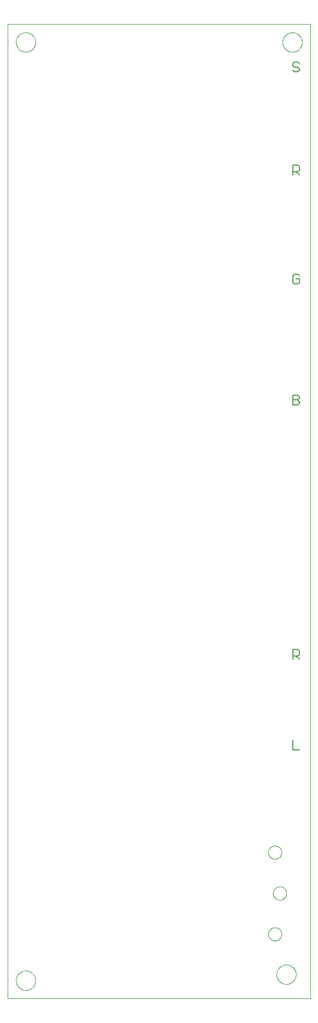
<source format=gbo>
G75*
%MOIN*%
%OFA0B0*%
%FSLAX25Y25*%
%IPPOS*%
%LPD*%
%AMOC8*
5,1,8,0,0,1.08239X$1,22.5*
%
%ADD10C,0.00000*%
%ADD11C,0.00600*%
D10*
X0001000Y0001000D02*
X0001000Y0634858D01*
X0197850Y0634858D01*
X0197850Y0001000D01*
X0001000Y0001000D01*
X0006512Y0012811D02*
X0006514Y0012969D01*
X0006520Y0013127D01*
X0006530Y0013285D01*
X0006544Y0013443D01*
X0006562Y0013600D01*
X0006583Y0013757D01*
X0006609Y0013913D01*
X0006639Y0014069D01*
X0006672Y0014224D01*
X0006710Y0014377D01*
X0006751Y0014530D01*
X0006796Y0014682D01*
X0006845Y0014833D01*
X0006898Y0014982D01*
X0006954Y0015130D01*
X0007014Y0015276D01*
X0007078Y0015421D01*
X0007146Y0015564D01*
X0007217Y0015706D01*
X0007291Y0015846D01*
X0007369Y0015983D01*
X0007451Y0016119D01*
X0007535Y0016253D01*
X0007624Y0016384D01*
X0007715Y0016513D01*
X0007810Y0016640D01*
X0007907Y0016765D01*
X0008008Y0016887D01*
X0008112Y0017006D01*
X0008219Y0017123D01*
X0008329Y0017237D01*
X0008442Y0017348D01*
X0008557Y0017457D01*
X0008675Y0017562D01*
X0008796Y0017664D01*
X0008919Y0017764D01*
X0009045Y0017860D01*
X0009173Y0017953D01*
X0009303Y0018043D01*
X0009436Y0018129D01*
X0009571Y0018213D01*
X0009707Y0018292D01*
X0009846Y0018369D01*
X0009987Y0018441D01*
X0010129Y0018511D01*
X0010273Y0018576D01*
X0010419Y0018638D01*
X0010566Y0018696D01*
X0010715Y0018751D01*
X0010865Y0018802D01*
X0011016Y0018849D01*
X0011168Y0018892D01*
X0011321Y0018931D01*
X0011476Y0018967D01*
X0011631Y0018998D01*
X0011787Y0019026D01*
X0011943Y0019050D01*
X0012100Y0019070D01*
X0012258Y0019086D01*
X0012415Y0019098D01*
X0012574Y0019106D01*
X0012732Y0019110D01*
X0012890Y0019110D01*
X0013048Y0019106D01*
X0013207Y0019098D01*
X0013364Y0019086D01*
X0013522Y0019070D01*
X0013679Y0019050D01*
X0013835Y0019026D01*
X0013991Y0018998D01*
X0014146Y0018967D01*
X0014301Y0018931D01*
X0014454Y0018892D01*
X0014606Y0018849D01*
X0014757Y0018802D01*
X0014907Y0018751D01*
X0015056Y0018696D01*
X0015203Y0018638D01*
X0015349Y0018576D01*
X0015493Y0018511D01*
X0015635Y0018441D01*
X0015776Y0018369D01*
X0015915Y0018292D01*
X0016051Y0018213D01*
X0016186Y0018129D01*
X0016319Y0018043D01*
X0016449Y0017953D01*
X0016577Y0017860D01*
X0016703Y0017764D01*
X0016826Y0017664D01*
X0016947Y0017562D01*
X0017065Y0017457D01*
X0017180Y0017348D01*
X0017293Y0017237D01*
X0017403Y0017123D01*
X0017510Y0017006D01*
X0017614Y0016887D01*
X0017715Y0016765D01*
X0017812Y0016640D01*
X0017907Y0016513D01*
X0017998Y0016384D01*
X0018087Y0016253D01*
X0018171Y0016119D01*
X0018253Y0015983D01*
X0018331Y0015846D01*
X0018405Y0015706D01*
X0018476Y0015564D01*
X0018544Y0015421D01*
X0018608Y0015276D01*
X0018668Y0015130D01*
X0018724Y0014982D01*
X0018777Y0014833D01*
X0018826Y0014682D01*
X0018871Y0014530D01*
X0018912Y0014377D01*
X0018950Y0014224D01*
X0018983Y0014069D01*
X0019013Y0013913D01*
X0019039Y0013757D01*
X0019060Y0013600D01*
X0019078Y0013443D01*
X0019092Y0013285D01*
X0019102Y0013127D01*
X0019108Y0012969D01*
X0019110Y0012811D01*
X0019108Y0012653D01*
X0019102Y0012495D01*
X0019092Y0012337D01*
X0019078Y0012179D01*
X0019060Y0012022D01*
X0019039Y0011865D01*
X0019013Y0011709D01*
X0018983Y0011553D01*
X0018950Y0011398D01*
X0018912Y0011245D01*
X0018871Y0011092D01*
X0018826Y0010940D01*
X0018777Y0010789D01*
X0018724Y0010640D01*
X0018668Y0010492D01*
X0018608Y0010346D01*
X0018544Y0010201D01*
X0018476Y0010058D01*
X0018405Y0009916D01*
X0018331Y0009776D01*
X0018253Y0009639D01*
X0018171Y0009503D01*
X0018087Y0009369D01*
X0017998Y0009238D01*
X0017907Y0009109D01*
X0017812Y0008982D01*
X0017715Y0008857D01*
X0017614Y0008735D01*
X0017510Y0008616D01*
X0017403Y0008499D01*
X0017293Y0008385D01*
X0017180Y0008274D01*
X0017065Y0008165D01*
X0016947Y0008060D01*
X0016826Y0007958D01*
X0016703Y0007858D01*
X0016577Y0007762D01*
X0016449Y0007669D01*
X0016319Y0007579D01*
X0016186Y0007493D01*
X0016051Y0007409D01*
X0015915Y0007330D01*
X0015776Y0007253D01*
X0015635Y0007181D01*
X0015493Y0007111D01*
X0015349Y0007046D01*
X0015203Y0006984D01*
X0015056Y0006926D01*
X0014907Y0006871D01*
X0014757Y0006820D01*
X0014606Y0006773D01*
X0014454Y0006730D01*
X0014301Y0006691D01*
X0014146Y0006655D01*
X0013991Y0006624D01*
X0013835Y0006596D01*
X0013679Y0006572D01*
X0013522Y0006552D01*
X0013364Y0006536D01*
X0013207Y0006524D01*
X0013048Y0006516D01*
X0012890Y0006512D01*
X0012732Y0006512D01*
X0012574Y0006516D01*
X0012415Y0006524D01*
X0012258Y0006536D01*
X0012100Y0006552D01*
X0011943Y0006572D01*
X0011787Y0006596D01*
X0011631Y0006624D01*
X0011476Y0006655D01*
X0011321Y0006691D01*
X0011168Y0006730D01*
X0011016Y0006773D01*
X0010865Y0006820D01*
X0010715Y0006871D01*
X0010566Y0006926D01*
X0010419Y0006984D01*
X0010273Y0007046D01*
X0010129Y0007111D01*
X0009987Y0007181D01*
X0009846Y0007253D01*
X0009707Y0007330D01*
X0009571Y0007409D01*
X0009436Y0007493D01*
X0009303Y0007579D01*
X0009173Y0007669D01*
X0009045Y0007762D01*
X0008919Y0007858D01*
X0008796Y0007958D01*
X0008675Y0008060D01*
X0008557Y0008165D01*
X0008442Y0008274D01*
X0008329Y0008385D01*
X0008219Y0008499D01*
X0008112Y0008616D01*
X0008008Y0008735D01*
X0007907Y0008857D01*
X0007810Y0008982D01*
X0007715Y0009109D01*
X0007624Y0009238D01*
X0007535Y0009369D01*
X0007451Y0009503D01*
X0007369Y0009639D01*
X0007291Y0009776D01*
X0007217Y0009916D01*
X0007146Y0010058D01*
X0007078Y0010201D01*
X0007014Y0010346D01*
X0006954Y0010492D01*
X0006898Y0010640D01*
X0006845Y0010789D01*
X0006796Y0010940D01*
X0006751Y0011092D01*
X0006710Y0011245D01*
X0006672Y0011398D01*
X0006639Y0011553D01*
X0006609Y0011709D01*
X0006583Y0011865D01*
X0006562Y0012022D01*
X0006544Y0012179D01*
X0006530Y0012337D01*
X0006520Y0012495D01*
X0006514Y0012653D01*
X0006512Y0012811D01*
X0170409Y0042969D02*
X0170411Y0043100D01*
X0170417Y0043232D01*
X0170427Y0043363D01*
X0170441Y0043494D01*
X0170459Y0043624D01*
X0170481Y0043753D01*
X0170506Y0043882D01*
X0170536Y0044010D01*
X0170570Y0044137D01*
X0170607Y0044264D01*
X0170648Y0044388D01*
X0170693Y0044512D01*
X0170742Y0044634D01*
X0170794Y0044755D01*
X0170850Y0044873D01*
X0170910Y0044991D01*
X0170973Y0045106D01*
X0171040Y0045219D01*
X0171110Y0045331D01*
X0171183Y0045440D01*
X0171259Y0045546D01*
X0171339Y0045651D01*
X0171422Y0045753D01*
X0171508Y0045852D01*
X0171597Y0045949D01*
X0171689Y0046043D01*
X0171784Y0046134D01*
X0171881Y0046223D01*
X0171981Y0046308D01*
X0172084Y0046390D01*
X0172189Y0046469D01*
X0172296Y0046545D01*
X0172406Y0046617D01*
X0172518Y0046686D01*
X0172632Y0046752D01*
X0172747Y0046814D01*
X0172865Y0046873D01*
X0172984Y0046928D01*
X0173105Y0046980D01*
X0173228Y0047027D01*
X0173352Y0047071D01*
X0173477Y0047112D01*
X0173603Y0047148D01*
X0173731Y0047181D01*
X0173859Y0047209D01*
X0173988Y0047234D01*
X0174118Y0047255D01*
X0174248Y0047272D01*
X0174379Y0047285D01*
X0174510Y0047294D01*
X0174641Y0047299D01*
X0174773Y0047300D01*
X0174904Y0047297D01*
X0175036Y0047290D01*
X0175167Y0047279D01*
X0175297Y0047264D01*
X0175427Y0047245D01*
X0175557Y0047222D01*
X0175685Y0047196D01*
X0175813Y0047165D01*
X0175940Y0047130D01*
X0176066Y0047092D01*
X0176190Y0047050D01*
X0176314Y0047004D01*
X0176435Y0046954D01*
X0176555Y0046901D01*
X0176674Y0046844D01*
X0176791Y0046784D01*
X0176905Y0046720D01*
X0177018Y0046652D01*
X0177129Y0046581D01*
X0177238Y0046507D01*
X0177344Y0046430D01*
X0177448Y0046349D01*
X0177549Y0046266D01*
X0177648Y0046179D01*
X0177744Y0046089D01*
X0177837Y0045996D01*
X0177928Y0045901D01*
X0178015Y0045803D01*
X0178100Y0045702D01*
X0178181Y0045599D01*
X0178259Y0045493D01*
X0178334Y0045385D01*
X0178406Y0045275D01*
X0178474Y0045163D01*
X0178539Y0045049D01*
X0178600Y0044932D01*
X0178658Y0044814D01*
X0178712Y0044694D01*
X0178763Y0044573D01*
X0178810Y0044450D01*
X0178853Y0044326D01*
X0178892Y0044201D01*
X0178928Y0044074D01*
X0178959Y0043946D01*
X0178987Y0043818D01*
X0179011Y0043689D01*
X0179031Y0043559D01*
X0179047Y0043428D01*
X0179059Y0043297D01*
X0179067Y0043166D01*
X0179071Y0043035D01*
X0179071Y0042903D01*
X0179067Y0042772D01*
X0179059Y0042641D01*
X0179047Y0042510D01*
X0179031Y0042379D01*
X0179011Y0042249D01*
X0178987Y0042120D01*
X0178959Y0041992D01*
X0178928Y0041864D01*
X0178892Y0041737D01*
X0178853Y0041612D01*
X0178810Y0041488D01*
X0178763Y0041365D01*
X0178712Y0041244D01*
X0178658Y0041124D01*
X0178600Y0041006D01*
X0178539Y0040889D01*
X0178474Y0040775D01*
X0178406Y0040663D01*
X0178334Y0040553D01*
X0178259Y0040445D01*
X0178181Y0040339D01*
X0178100Y0040236D01*
X0178015Y0040135D01*
X0177928Y0040037D01*
X0177837Y0039942D01*
X0177744Y0039849D01*
X0177648Y0039759D01*
X0177549Y0039672D01*
X0177448Y0039589D01*
X0177344Y0039508D01*
X0177238Y0039431D01*
X0177129Y0039357D01*
X0177018Y0039286D01*
X0176906Y0039218D01*
X0176791Y0039154D01*
X0176674Y0039094D01*
X0176555Y0039037D01*
X0176435Y0038984D01*
X0176314Y0038934D01*
X0176190Y0038888D01*
X0176066Y0038846D01*
X0175940Y0038808D01*
X0175813Y0038773D01*
X0175685Y0038742D01*
X0175557Y0038716D01*
X0175427Y0038693D01*
X0175297Y0038674D01*
X0175167Y0038659D01*
X0175036Y0038648D01*
X0174904Y0038641D01*
X0174773Y0038638D01*
X0174641Y0038639D01*
X0174510Y0038644D01*
X0174379Y0038653D01*
X0174248Y0038666D01*
X0174118Y0038683D01*
X0173988Y0038704D01*
X0173859Y0038729D01*
X0173731Y0038757D01*
X0173603Y0038790D01*
X0173477Y0038826D01*
X0173352Y0038867D01*
X0173228Y0038911D01*
X0173105Y0038958D01*
X0172984Y0039010D01*
X0172865Y0039065D01*
X0172747Y0039124D01*
X0172632Y0039186D01*
X0172518Y0039252D01*
X0172406Y0039321D01*
X0172296Y0039393D01*
X0172189Y0039469D01*
X0172084Y0039548D01*
X0171981Y0039630D01*
X0171881Y0039715D01*
X0171784Y0039804D01*
X0171689Y0039895D01*
X0171597Y0039989D01*
X0171508Y0040086D01*
X0171422Y0040185D01*
X0171339Y0040287D01*
X0171259Y0040392D01*
X0171183Y0040498D01*
X0171110Y0040607D01*
X0171040Y0040719D01*
X0170973Y0040832D01*
X0170910Y0040947D01*
X0170850Y0041065D01*
X0170794Y0041183D01*
X0170742Y0041304D01*
X0170693Y0041426D01*
X0170648Y0041550D01*
X0170607Y0041674D01*
X0170570Y0041801D01*
X0170536Y0041928D01*
X0170506Y0042056D01*
X0170481Y0042185D01*
X0170459Y0042314D01*
X0170441Y0042444D01*
X0170427Y0042575D01*
X0170417Y0042706D01*
X0170411Y0042838D01*
X0170409Y0042969D01*
X0173559Y0069543D02*
X0173561Y0069674D01*
X0173567Y0069806D01*
X0173577Y0069937D01*
X0173591Y0070068D01*
X0173609Y0070198D01*
X0173631Y0070327D01*
X0173656Y0070456D01*
X0173686Y0070584D01*
X0173720Y0070711D01*
X0173757Y0070838D01*
X0173798Y0070962D01*
X0173843Y0071086D01*
X0173892Y0071208D01*
X0173944Y0071329D01*
X0174000Y0071447D01*
X0174060Y0071565D01*
X0174123Y0071680D01*
X0174190Y0071793D01*
X0174260Y0071905D01*
X0174333Y0072014D01*
X0174409Y0072120D01*
X0174489Y0072225D01*
X0174572Y0072327D01*
X0174658Y0072426D01*
X0174747Y0072523D01*
X0174839Y0072617D01*
X0174934Y0072708D01*
X0175031Y0072797D01*
X0175131Y0072882D01*
X0175234Y0072964D01*
X0175339Y0073043D01*
X0175446Y0073119D01*
X0175556Y0073191D01*
X0175668Y0073260D01*
X0175782Y0073326D01*
X0175897Y0073388D01*
X0176015Y0073447D01*
X0176134Y0073502D01*
X0176255Y0073554D01*
X0176378Y0073601D01*
X0176502Y0073645D01*
X0176627Y0073686D01*
X0176753Y0073722D01*
X0176881Y0073755D01*
X0177009Y0073783D01*
X0177138Y0073808D01*
X0177268Y0073829D01*
X0177398Y0073846D01*
X0177529Y0073859D01*
X0177660Y0073868D01*
X0177791Y0073873D01*
X0177923Y0073874D01*
X0178054Y0073871D01*
X0178186Y0073864D01*
X0178317Y0073853D01*
X0178447Y0073838D01*
X0178577Y0073819D01*
X0178707Y0073796D01*
X0178835Y0073770D01*
X0178963Y0073739D01*
X0179090Y0073704D01*
X0179216Y0073666D01*
X0179340Y0073624D01*
X0179464Y0073578D01*
X0179585Y0073528D01*
X0179705Y0073475D01*
X0179824Y0073418D01*
X0179941Y0073358D01*
X0180055Y0073294D01*
X0180168Y0073226D01*
X0180279Y0073155D01*
X0180388Y0073081D01*
X0180494Y0073004D01*
X0180598Y0072923D01*
X0180699Y0072840D01*
X0180798Y0072753D01*
X0180894Y0072663D01*
X0180987Y0072570D01*
X0181078Y0072475D01*
X0181165Y0072377D01*
X0181250Y0072276D01*
X0181331Y0072173D01*
X0181409Y0072067D01*
X0181484Y0071959D01*
X0181556Y0071849D01*
X0181624Y0071737D01*
X0181689Y0071623D01*
X0181750Y0071506D01*
X0181808Y0071388D01*
X0181862Y0071268D01*
X0181913Y0071147D01*
X0181960Y0071024D01*
X0182003Y0070900D01*
X0182042Y0070775D01*
X0182078Y0070648D01*
X0182109Y0070520D01*
X0182137Y0070392D01*
X0182161Y0070263D01*
X0182181Y0070133D01*
X0182197Y0070002D01*
X0182209Y0069871D01*
X0182217Y0069740D01*
X0182221Y0069609D01*
X0182221Y0069477D01*
X0182217Y0069346D01*
X0182209Y0069215D01*
X0182197Y0069084D01*
X0182181Y0068953D01*
X0182161Y0068823D01*
X0182137Y0068694D01*
X0182109Y0068566D01*
X0182078Y0068438D01*
X0182042Y0068311D01*
X0182003Y0068186D01*
X0181960Y0068062D01*
X0181913Y0067939D01*
X0181862Y0067818D01*
X0181808Y0067698D01*
X0181750Y0067580D01*
X0181689Y0067463D01*
X0181624Y0067349D01*
X0181556Y0067237D01*
X0181484Y0067127D01*
X0181409Y0067019D01*
X0181331Y0066913D01*
X0181250Y0066810D01*
X0181165Y0066709D01*
X0181078Y0066611D01*
X0180987Y0066516D01*
X0180894Y0066423D01*
X0180798Y0066333D01*
X0180699Y0066246D01*
X0180598Y0066163D01*
X0180494Y0066082D01*
X0180388Y0066005D01*
X0180279Y0065931D01*
X0180168Y0065860D01*
X0180056Y0065792D01*
X0179941Y0065728D01*
X0179824Y0065668D01*
X0179705Y0065611D01*
X0179585Y0065558D01*
X0179464Y0065508D01*
X0179340Y0065462D01*
X0179216Y0065420D01*
X0179090Y0065382D01*
X0178963Y0065347D01*
X0178835Y0065316D01*
X0178707Y0065290D01*
X0178577Y0065267D01*
X0178447Y0065248D01*
X0178317Y0065233D01*
X0178186Y0065222D01*
X0178054Y0065215D01*
X0177923Y0065212D01*
X0177791Y0065213D01*
X0177660Y0065218D01*
X0177529Y0065227D01*
X0177398Y0065240D01*
X0177268Y0065257D01*
X0177138Y0065278D01*
X0177009Y0065303D01*
X0176881Y0065331D01*
X0176753Y0065364D01*
X0176627Y0065400D01*
X0176502Y0065441D01*
X0176378Y0065485D01*
X0176255Y0065532D01*
X0176134Y0065584D01*
X0176015Y0065639D01*
X0175897Y0065698D01*
X0175782Y0065760D01*
X0175668Y0065826D01*
X0175556Y0065895D01*
X0175446Y0065967D01*
X0175339Y0066043D01*
X0175234Y0066122D01*
X0175131Y0066204D01*
X0175031Y0066289D01*
X0174934Y0066378D01*
X0174839Y0066469D01*
X0174747Y0066563D01*
X0174658Y0066660D01*
X0174572Y0066759D01*
X0174489Y0066861D01*
X0174409Y0066966D01*
X0174333Y0067072D01*
X0174260Y0067181D01*
X0174190Y0067293D01*
X0174123Y0067406D01*
X0174060Y0067521D01*
X0174000Y0067639D01*
X0173944Y0067757D01*
X0173892Y0067878D01*
X0173843Y0068000D01*
X0173798Y0068124D01*
X0173757Y0068248D01*
X0173720Y0068375D01*
X0173686Y0068502D01*
X0173656Y0068630D01*
X0173631Y0068759D01*
X0173609Y0068888D01*
X0173591Y0069018D01*
X0173577Y0069149D01*
X0173567Y0069280D01*
X0173561Y0069412D01*
X0173559Y0069543D01*
X0170409Y0096118D02*
X0170411Y0096249D01*
X0170417Y0096381D01*
X0170427Y0096512D01*
X0170441Y0096643D01*
X0170459Y0096773D01*
X0170481Y0096902D01*
X0170506Y0097031D01*
X0170536Y0097159D01*
X0170570Y0097286D01*
X0170607Y0097413D01*
X0170648Y0097537D01*
X0170693Y0097661D01*
X0170742Y0097783D01*
X0170794Y0097904D01*
X0170850Y0098022D01*
X0170910Y0098140D01*
X0170973Y0098255D01*
X0171040Y0098368D01*
X0171110Y0098480D01*
X0171183Y0098589D01*
X0171259Y0098695D01*
X0171339Y0098800D01*
X0171422Y0098902D01*
X0171508Y0099001D01*
X0171597Y0099098D01*
X0171689Y0099192D01*
X0171784Y0099283D01*
X0171881Y0099372D01*
X0171981Y0099457D01*
X0172084Y0099539D01*
X0172189Y0099618D01*
X0172296Y0099694D01*
X0172406Y0099766D01*
X0172518Y0099835D01*
X0172632Y0099901D01*
X0172747Y0099963D01*
X0172865Y0100022D01*
X0172984Y0100077D01*
X0173105Y0100129D01*
X0173228Y0100176D01*
X0173352Y0100220D01*
X0173477Y0100261D01*
X0173603Y0100297D01*
X0173731Y0100330D01*
X0173859Y0100358D01*
X0173988Y0100383D01*
X0174118Y0100404D01*
X0174248Y0100421D01*
X0174379Y0100434D01*
X0174510Y0100443D01*
X0174641Y0100448D01*
X0174773Y0100449D01*
X0174904Y0100446D01*
X0175036Y0100439D01*
X0175167Y0100428D01*
X0175297Y0100413D01*
X0175427Y0100394D01*
X0175557Y0100371D01*
X0175685Y0100345D01*
X0175813Y0100314D01*
X0175940Y0100279D01*
X0176066Y0100241D01*
X0176190Y0100199D01*
X0176314Y0100153D01*
X0176435Y0100103D01*
X0176555Y0100050D01*
X0176674Y0099993D01*
X0176791Y0099933D01*
X0176905Y0099869D01*
X0177018Y0099801D01*
X0177129Y0099730D01*
X0177238Y0099656D01*
X0177344Y0099579D01*
X0177448Y0099498D01*
X0177549Y0099415D01*
X0177648Y0099328D01*
X0177744Y0099238D01*
X0177837Y0099145D01*
X0177928Y0099050D01*
X0178015Y0098952D01*
X0178100Y0098851D01*
X0178181Y0098748D01*
X0178259Y0098642D01*
X0178334Y0098534D01*
X0178406Y0098424D01*
X0178474Y0098312D01*
X0178539Y0098198D01*
X0178600Y0098081D01*
X0178658Y0097963D01*
X0178712Y0097843D01*
X0178763Y0097722D01*
X0178810Y0097599D01*
X0178853Y0097475D01*
X0178892Y0097350D01*
X0178928Y0097223D01*
X0178959Y0097095D01*
X0178987Y0096967D01*
X0179011Y0096838D01*
X0179031Y0096708D01*
X0179047Y0096577D01*
X0179059Y0096446D01*
X0179067Y0096315D01*
X0179071Y0096184D01*
X0179071Y0096052D01*
X0179067Y0095921D01*
X0179059Y0095790D01*
X0179047Y0095659D01*
X0179031Y0095528D01*
X0179011Y0095398D01*
X0178987Y0095269D01*
X0178959Y0095141D01*
X0178928Y0095013D01*
X0178892Y0094886D01*
X0178853Y0094761D01*
X0178810Y0094637D01*
X0178763Y0094514D01*
X0178712Y0094393D01*
X0178658Y0094273D01*
X0178600Y0094155D01*
X0178539Y0094038D01*
X0178474Y0093924D01*
X0178406Y0093812D01*
X0178334Y0093702D01*
X0178259Y0093594D01*
X0178181Y0093488D01*
X0178100Y0093385D01*
X0178015Y0093284D01*
X0177928Y0093186D01*
X0177837Y0093091D01*
X0177744Y0092998D01*
X0177648Y0092908D01*
X0177549Y0092821D01*
X0177448Y0092738D01*
X0177344Y0092657D01*
X0177238Y0092580D01*
X0177129Y0092506D01*
X0177018Y0092435D01*
X0176906Y0092367D01*
X0176791Y0092303D01*
X0176674Y0092243D01*
X0176555Y0092186D01*
X0176435Y0092133D01*
X0176314Y0092083D01*
X0176190Y0092037D01*
X0176066Y0091995D01*
X0175940Y0091957D01*
X0175813Y0091922D01*
X0175685Y0091891D01*
X0175557Y0091865D01*
X0175427Y0091842D01*
X0175297Y0091823D01*
X0175167Y0091808D01*
X0175036Y0091797D01*
X0174904Y0091790D01*
X0174773Y0091787D01*
X0174641Y0091788D01*
X0174510Y0091793D01*
X0174379Y0091802D01*
X0174248Y0091815D01*
X0174118Y0091832D01*
X0173988Y0091853D01*
X0173859Y0091878D01*
X0173731Y0091906D01*
X0173603Y0091939D01*
X0173477Y0091975D01*
X0173352Y0092016D01*
X0173228Y0092060D01*
X0173105Y0092107D01*
X0172984Y0092159D01*
X0172865Y0092214D01*
X0172747Y0092273D01*
X0172632Y0092335D01*
X0172518Y0092401D01*
X0172406Y0092470D01*
X0172296Y0092542D01*
X0172189Y0092618D01*
X0172084Y0092697D01*
X0171981Y0092779D01*
X0171881Y0092864D01*
X0171784Y0092953D01*
X0171689Y0093044D01*
X0171597Y0093138D01*
X0171508Y0093235D01*
X0171422Y0093334D01*
X0171339Y0093436D01*
X0171259Y0093541D01*
X0171183Y0093647D01*
X0171110Y0093756D01*
X0171040Y0093868D01*
X0170973Y0093981D01*
X0170910Y0094096D01*
X0170850Y0094214D01*
X0170794Y0094332D01*
X0170742Y0094453D01*
X0170693Y0094575D01*
X0170648Y0094699D01*
X0170607Y0094823D01*
X0170570Y0094950D01*
X0170536Y0095077D01*
X0170506Y0095205D01*
X0170481Y0095334D01*
X0170459Y0095463D01*
X0170441Y0095593D01*
X0170427Y0095724D01*
X0170417Y0095855D01*
X0170411Y0095987D01*
X0170409Y0096118D01*
X0175803Y0016748D02*
X0175805Y0016906D01*
X0175811Y0017064D01*
X0175821Y0017222D01*
X0175835Y0017380D01*
X0175853Y0017537D01*
X0175874Y0017694D01*
X0175900Y0017850D01*
X0175930Y0018006D01*
X0175963Y0018161D01*
X0176001Y0018314D01*
X0176042Y0018467D01*
X0176087Y0018619D01*
X0176136Y0018770D01*
X0176189Y0018919D01*
X0176245Y0019067D01*
X0176305Y0019213D01*
X0176369Y0019358D01*
X0176437Y0019501D01*
X0176508Y0019643D01*
X0176582Y0019783D01*
X0176660Y0019920D01*
X0176742Y0020056D01*
X0176826Y0020190D01*
X0176915Y0020321D01*
X0177006Y0020450D01*
X0177101Y0020577D01*
X0177198Y0020702D01*
X0177299Y0020824D01*
X0177403Y0020943D01*
X0177510Y0021060D01*
X0177620Y0021174D01*
X0177733Y0021285D01*
X0177848Y0021394D01*
X0177966Y0021499D01*
X0178087Y0021601D01*
X0178210Y0021701D01*
X0178336Y0021797D01*
X0178464Y0021890D01*
X0178594Y0021980D01*
X0178727Y0022066D01*
X0178862Y0022150D01*
X0178998Y0022229D01*
X0179137Y0022306D01*
X0179278Y0022378D01*
X0179420Y0022448D01*
X0179564Y0022513D01*
X0179710Y0022575D01*
X0179857Y0022633D01*
X0180006Y0022688D01*
X0180156Y0022739D01*
X0180307Y0022786D01*
X0180459Y0022829D01*
X0180612Y0022868D01*
X0180767Y0022904D01*
X0180922Y0022935D01*
X0181078Y0022963D01*
X0181234Y0022987D01*
X0181391Y0023007D01*
X0181549Y0023023D01*
X0181706Y0023035D01*
X0181865Y0023043D01*
X0182023Y0023047D01*
X0182181Y0023047D01*
X0182339Y0023043D01*
X0182498Y0023035D01*
X0182655Y0023023D01*
X0182813Y0023007D01*
X0182970Y0022987D01*
X0183126Y0022963D01*
X0183282Y0022935D01*
X0183437Y0022904D01*
X0183592Y0022868D01*
X0183745Y0022829D01*
X0183897Y0022786D01*
X0184048Y0022739D01*
X0184198Y0022688D01*
X0184347Y0022633D01*
X0184494Y0022575D01*
X0184640Y0022513D01*
X0184784Y0022448D01*
X0184926Y0022378D01*
X0185067Y0022306D01*
X0185206Y0022229D01*
X0185342Y0022150D01*
X0185477Y0022066D01*
X0185610Y0021980D01*
X0185740Y0021890D01*
X0185868Y0021797D01*
X0185994Y0021701D01*
X0186117Y0021601D01*
X0186238Y0021499D01*
X0186356Y0021394D01*
X0186471Y0021285D01*
X0186584Y0021174D01*
X0186694Y0021060D01*
X0186801Y0020943D01*
X0186905Y0020824D01*
X0187006Y0020702D01*
X0187103Y0020577D01*
X0187198Y0020450D01*
X0187289Y0020321D01*
X0187378Y0020190D01*
X0187462Y0020056D01*
X0187544Y0019920D01*
X0187622Y0019783D01*
X0187696Y0019643D01*
X0187767Y0019501D01*
X0187835Y0019358D01*
X0187899Y0019213D01*
X0187959Y0019067D01*
X0188015Y0018919D01*
X0188068Y0018770D01*
X0188117Y0018619D01*
X0188162Y0018467D01*
X0188203Y0018314D01*
X0188241Y0018161D01*
X0188274Y0018006D01*
X0188304Y0017850D01*
X0188330Y0017694D01*
X0188351Y0017537D01*
X0188369Y0017380D01*
X0188383Y0017222D01*
X0188393Y0017064D01*
X0188399Y0016906D01*
X0188401Y0016748D01*
X0188399Y0016590D01*
X0188393Y0016432D01*
X0188383Y0016274D01*
X0188369Y0016116D01*
X0188351Y0015959D01*
X0188330Y0015802D01*
X0188304Y0015646D01*
X0188274Y0015490D01*
X0188241Y0015335D01*
X0188203Y0015182D01*
X0188162Y0015029D01*
X0188117Y0014877D01*
X0188068Y0014726D01*
X0188015Y0014577D01*
X0187959Y0014429D01*
X0187899Y0014283D01*
X0187835Y0014138D01*
X0187767Y0013995D01*
X0187696Y0013853D01*
X0187622Y0013713D01*
X0187544Y0013576D01*
X0187462Y0013440D01*
X0187378Y0013306D01*
X0187289Y0013175D01*
X0187198Y0013046D01*
X0187103Y0012919D01*
X0187006Y0012794D01*
X0186905Y0012672D01*
X0186801Y0012553D01*
X0186694Y0012436D01*
X0186584Y0012322D01*
X0186471Y0012211D01*
X0186356Y0012102D01*
X0186238Y0011997D01*
X0186117Y0011895D01*
X0185994Y0011795D01*
X0185868Y0011699D01*
X0185740Y0011606D01*
X0185610Y0011516D01*
X0185477Y0011430D01*
X0185342Y0011346D01*
X0185206Y0011267D01*
X0185067Y0011190D01*
X0184926Y0011118D01*
X0184784Y0011048D01*
X0184640Y0010983D01*
X0184494Y0010921D01*
X0184347Y0010863D01*
X0184198Y0010808D01*
X0184048Y0010757D01*
X0183897Y0010710D01*
X0183745Y0010667D01*
X0183592Y0010628D01*
X0183437Y0010592D01*
X0183282Y0010561D01*
X0183126Y0010533D01*
X0182970Y0010509D01*
X0182813Y0010489D01*
X0182655Y0010473D01*
X0182498Y0010461D01*
X0182339Y0010453D01*
X0182181Y0010449D01*
X0182023Y0010449D01*
X0181865Y0010453D01*
X0181706Y0010461D01*
X0181549Y0010473D01*
X0181391Y0010489D01*
X0181234Y0010509D01*
X0181078Y0010533D01*
X0180922Y0010561D01*
X0180767Y0010592D01*
X0180612Y0010628D01*
X0180459Y0010667D01*
X0180307Y0010710D01*
X0180156Y0010757D01*
X0180006Y0010808D01*
X0179857Y0010863D01*
X0179710Y0010921D01*
X0179564Y0010983D01*
X0179420Y0011048D01*
X0179278Y0011118D01*
X0179137Y0011190D01*
X0178998Y0011267D01*
X0178862Y0011346D01*
X0178727Y0011430D01*
X0178594Y0011516D01*
X0178464Y0011606D01*
X0178336Y0011699D01*
X0178210Y0011795D01*
X0178087Y0011895D01*
X0177966Y0011997D01*
X0177848Y0012102D01*
X0177733Y0012211D01*
X0177620Y0012322D01*
X0177510Y0012436D01*
X0177403Y0012553D01*
X0177299Y0012672D01*
X0177198Y0012794D01*
X0177101Y0012919D01*
X0177006Y0013046D01*
X0176915Y0013175D01*
X0176826Y0013306D01*
X0176742Y0013440D01*
X0176660Y0013576D01*
X0176582Y0013713D01*
X0176508Y0013853D01*
X0176437Y0013995D01*
X0176369Y0014138D01*
X0176305Y0014283D01*
X0176245Y0014429D01*
X0176189Y0014577D01*
X0176136Y0014726D01*
X0176087Y0014877D01*
X0176042Y0015029D01*
X0176001Y0015182D01*
X0175963Y0015335D01*
X0175930Y0015490D01*
X0175900Y0015646D01*
X0175874Y0015802D01*
X0175853Y0015959D01*
X0175835Y0016116D01*
X0175821Y0016274D01*
X0175811Y0016432D01*
X0175805Y0016590D01*
X0175803Y0016748D01*
X0179740Y0623047D02*
X0179742Y0623205D01*
X0179748Y0623363D01*
X0179758Y0623521D01*
X0179772Y0623679D01*
X0179790Y0623836D01*
X0179811Y0623993D01*
X0179837Y0624149D01*
X0179867Y0624305D01*
X0179900Y0624460D01*
X0179938Y0624613D01*
X0179979Y0624766D01*
X0180024Y0624918D01*
X0180073Y0625069D01*
X0180126Y0625218D01*
X0180182Y0625366D01*
X0180242Y0625512D01*
X0180306Y0625657D01*
X0180374Y0625800D01*
X0180445Y0625942D01*
X0180519Y0626082D01*
X0180597Y0626219D01*
X0180679Y0626355D01*
X0180763Y0626489D01*
X0180852Y0626620D01*
X0180943Y0626749D01*
X0181038Y0626876D01*
X0181135Y0627001D01*
X0181236Y0627123D01*
X0181340Y0627242D01*
X0181447Y0627359D01*
X0181557Y0627473D01*
X0181670Y0627584D01*
X0181785Y0627693D01*
X0181903Y0627798D01*
X0182024Y0627900D01*
X0182147Y0628000D01*
X0182273Y0628096D01*
X0182401Y0628189D01*
X0182531Y0628279D01*
X0182664Y0628365D01*
X0182799Y0628449D01*
X0182935Y0628528D01*
X0183074Y0628605D01*
X0183215Y0628677D01*
X0183357Y0628747D01*
X0183501Y0628812D01*
X0183647Y0628874D01*
X0183794Y0628932D01*
X0183943Y0628987D01*
X0184093Y0629038D01*
X0184244Y0629085D01*
X0184396Y0629128D01*
X0184549Y0629167D01*
X0184704Y0629203D01*
X0184859Y0629234D01*
X0185015Y0629262D01*
X0185171Y0629286D01*
X0185328Y0629306D01*
X0185486Y0629322D01*
X0185643Y0629334D01*
X0185802Y0629342D01*
X0185960Y0629346D01*
X0186118Y0629346D01*
X0186276Y0629342D01*
X0186435Y0629334D01*
X0186592Y0629322D01*
X0186750Y0629306D01*
X0186907Y0629286D01*
X0187063Y0629262D01*
X0187219Y0629234D01*
X0187374Y0629203D01*
X0187529Y0629167D01*
X0187682Y0629128D01*
X0187834Y0629085D01*
X0187985Y0629038D01*
X0188135Y0628987D01*
X0188284Y0628932D01*
X0188431Y0628874D01*
X0188577Y0628812D01*
X0188721Y0628747D01*
X0188863Y0628677D01*
X0189004Y0628605D01*
X0189143Y0628528D01*
X0189279Y0628449D01*
X0189414Y0628365D01*
X0189547Y0628279D01*
X0189677Y0628189D01*
X0189805Y0628096D01*
X0189931Y0628000D01*
X0190054Y0627900D01*
X0190175Y0627798D01*
X0190293Y0627693D01*
X0190408Y0627584D01*
X0190521Y0627473D01*
X0190631Y0627359D01*
X0190738Y0627242D01*
X0190842Y0627123D01*
X0190943Y0627001D01*
X0191040Y0626876D01*
X0191135Y0626749D01*
X0191226Y0626620D01*
X0191315Y0626489D01*
X0191399Y0626355D01*
X0191481Y0626219D01*
X0191559Y0626082D01*
X0191633Y0625942D01*
X0191704Y0625800D01*
X0191772Y0625657D01*
X0191836Y0625512D01*
X0191896Y0625366D01*
X0191952Y0625218D01*
X0192005Y0625069D01*
X0192054Y0624918D01*
X0192099Y0624766D01*
X0192140Y0624613D01*
X0192178Y0624460D01*
X0192211Y0624305D01*
X0192241Y0624149D01*
X0192267Y0623993D01*
X0192288Y0623836D01*
X0192306Y0623679D01*
X0192320Y0623521D01*
X0192330Y0623363D01*
X0192336Y0623205D01*
X0192338Y0623047D01*
X0192336Y0622889D01*
X0192330Y0622731D01*
X0192320Y0622573D01*
X0192306Y0622415D01*
X0192288Y0622258D01*
X0192267Y0622101D01*
X0192241Y0621945D01*
X0192211Y0621789D01*
X0192178Y0621634D01*
X0192140Y0621481D01*
X0192099Y0621328D01*
X0192054Y0621176D01*
X0192005Y0621025D01*
X0191952Y0620876D01*
X0191896Y0620728D01*
X0191836Y0620582D01*
X0191772Y0620437D01*
X0191704Y0620294D01*
X0191633Y0620152D01*
X0191559Y0620012D01*
X0191481Y0619875D01*
X0191399Y0619739D01*
X0191315Y0619605D01*
X0191226Y0619474D01*
X0191135Y0619345D01*
X0191040Y0619218D01*
X0190943Y0619093D01*
X0190842Y0618971D01*
X0190738Y0618852D01*
X0190631Y0618735D01*
X0190521Y0618621D01*
X0190408Y0618510D01*
X0190293Y0618401D01*
X0190175Y0618296D01*
X0190054Y0618194D01*
X0189931Y0618094D01*
X0189805Y0617998D01*
X0189677Y0617905D01*
X0189547Y0617815D01*
X0189414Y0617729D01*
X0189279Y0617645D01*
X0189143Y0617566D01*
X0189004Y0617489D01*
X0188863Y0617417D01*
X0188721Y0617347D01*
X0188577Y0617282D01*
X0188431Y0617220D01*
X0188284Y0617162D01*
X0188135Y0617107D01*
X0187985Y0617056D01*
X0187834Y0617009D01*
X0187682Y0616966D01*
X0187529Y0616927D01*
X0187374Y0616891D01*
X0187219Y0616860D01*
X0187063Y0616832D01*
X0186907Y0616808D01*
X0186750Y0616788D01*
X0186592Y0616772D01*
X0186435Y0616760D01*
X0186276Y0616752D01*
X0186118Y0616748D01*
X0185960Y0616748D01*
X0185802Y0616752D01*
X0185643Y0616760D01*
X0185486Y0616772D01*
X0185328Y0616788D01*
X0185171Y0616808D01*
X0185015Y0616832D01*
X0184859Y0616860D01*
X0184704Y0616891D01*
X0184549Y0616927D01*
X0184396Y0616966D01*
X0184244Y0617009D01*
X0184093Y0617056D01*
X0183943Y0617107D01*
X0183794Y0617162D01*
X0183647Y0617220D01*
X0183501Y0617282D01*
X0183357Y0617347D01*
X0183215Y0617417D01*
X0183074Y0617489D01*
X0182935Y0617566D01*
X0182799Y0617645D01*
X0182664Y0617729D01*
X0182531Y0617815D01*
X0182401Y0617905D01*
X0182273Y0617998D01*
X0182147Y0618094D01*
X0182024Y0618194D01*
X0181903Y0618296D01*
X0181785Y0618401D01*
X0181670Y0618510D01*
X0181557Y0618621D01*
X0181447Y0618735D01*
X0181340Y0618852D01*
X0181236Y0618971D01*
X0181135Y0619093D01*
X0181038Y0619218D01*
X0180943Y0619345D01*
X0180852Y0619474D01*
X0180763Y0619605D01*
X0180679Y0619739D01*
X0180597Y0619875D01*
X0180519Y0620012D01*
X0180445Y0620152D01*
X0180374Y0620294D01*
X0180306Y0620437D01*
X0180242Y0620582D01*
X0180182Y0620728D01*
X0180126Y0620876D01*
X0180073Y0621025D01*
X0180024Y0621176D01*
X0179979Y0621328D01*
X0179938Y0621481D01*
X0179900Y0621634D01*
X0179867Y0621789D01*
X0179837Y0621945D01*
X0179811Y0622101D01*
X0179790Y0622258D01*
X0179772Y0622415D01*
X0179758Y0622573D01*
X0179748Y0622731D01*
X0179742Y0622889D01*
X0179740Y0623047D01*
X0006512Y0623047D02*
X0006514Y0623205D01*
X0006520Y0623363D01*
X0006530Y0623521D01*
X0006544Y0623679D01*
X0006562Y0623836D01*
X0006583Y0623993D01*
X0006609Y0624149D01*
X0006639Y0624305D01*
X0006672Y0624460D01*
X0006710Y0624613D01*
X0006751Y0624766D01*
X0006796Y0624918D01*
X0006845Y0625069D01*
X0006898Y0625218D01*
X0006954Y0625366D01*
X0007014Y0625512D01*
X0007078Y0625657D01*
X0007146Y0625800D01*
X0007217Y0625942D01*
X0007291Y0626082D01*
X0007369Y0626219D01*
X0007451Y0626355D01*
X0007535Y0626489D01*
X0007624Y0626620D01*
X0007715Y0626749D01*
X0007810Y0626876D01*
X0007907Y0627001D01*
X0008008Y0627123D01*
X0008112Y0627242D01*
X0008219Y0627359D01*
X0008329Y0627473D01*
X0008442Y0627584D01*
X0008557Y0627693D01*
X0008675Y0627798D01*
X0008796Y0627900D01*
X0008919Y0628000D01*
X0009045Y0628096D01*
X0009173Y0628189D01*
X0009303Y0628279D01*
X0009436Y0628365D01*
X0009571Y0628449D01*
X0009707Y0628528D01*
X0009846Y0628605D01*
X0009987Y0628677D01*
X0010129Y0628747D01*
X0010273Y0628812D01*
X0010419Y0628874D01*
X0010566Y0628932D01*
X0010715Y0628987D01*
X0010865Y0629038D01*
X0011016Y0629085D01*
X0011168Y0629128D01*
X0011321Y0629167D01*
X0011476Y0629203D01*
X0011631Y0629234D01*
X0011787Y0629262D01*
X0011943Y0629286D01*
X0012100Y0629306D01*
X0012258Y0629322D01*
X0012415Y0629334D01*
X0012574Y0629342D01*
X0012732Y0629346D01*
X0012890Y0629346D01*
X0013048Y0629342D01*
X0013207Y0629334D01*
X0013364Y0629322D01*
X0013522Y0629306D01*
X0013679Y0629286D01*
X0013835Y0629262D01*
X0013991Y0629234D01*
X0014146Y0629203D01*
X0014301Y0629167D01*
X0014454Y0629128D01*
X0014606Y0629085D01*
X0014757Y0629038D01*
X0014907Y0628987D01*
X0015056Y0628932D01*
X0015203Y0628874D01*
X0015349Y0628812D01*
X0015493Y0628747D01*
X0015635Y0628677D01*
X0015776Y0628605D01*
X0015915Y0628528D01*
X0016051Y0628449D01*
X0016186Y0628365D01*
X0016319Y0628279D01*
X0016449Y0628189D01*
X0016577Y0628096D01*
X0016703Y0628000D01*
X0016826Y0627900D01*
X0016947Y0627798D01*
X0017065Y0627693D01*
X0017180Y0627584D01*
X0017293Y0627473D01*
X0017403Y0627359D01*
X0017510Y0627242D01*
X0017614Y0627123D01*
X0017715Y0627001D01*
X0017812Y0626876D01*
X0017907Y0626749D01*
X0017998Y0626620D01*
X0018087Y0626489D01*
X0018171Y0626355D01*
X0018253Y0626219D01*
X0018331Y0626082D01*
X0018405Y0625942D01*
X0018476Y0625800D01*
X0018544Y0625657D01*
X0018608Y0625512D01*
X0018668Y0625366D01*
X0018724Y0625218D01*
X0018777Y0625069D01*
X0018826Y0624918D01*
X0018871Y0624766D01*
X0018912Y0624613D01*
X0018950Y0624460D01*
X0018983Y0624305D01*
X0019013Y0624149D01*
X0019039Y0623993D01*
X0019060Y0623836D01*
X0019078Y0623679D01*
X0019092Y0623521D01*
X0019102Y0623363D01*
X0019108Y0623205D01*
X0019110Y0623047D01*
X0019108Y0622889D01*
X0019102Y0622731D01*
X0019092Y0622573D01*
X0019078Y0622415D01*
X0019060Y0622258D01*
X0019039Y0622101D01*
X0019013Y0621945D01*
X0018983Y0621789D01*
X0018950Y0621634D01*
X0018912Y0621481D01*
X0018871Y0621328D01*
X0018826Y0621176D01*
X0018777Y0621025D01*
X0018724Y0620876D01*
X0018668Y0620728D01*
X0018608Y0620582D01*
X0018544Y0620437D01*
X0018476Y0620294D01*
X0018405Y0620152D01*
X0018331Y0620012D01*
X0018253Y0619875D01*
X0018171Y0619739D01*
X0018087Y0619605D01*
X0017998Y0619474D01*
X0017907Y0619345D01*
X0017812Y0619218D01*
X0017715Y0619093D01*
X0017614Y0618971D01*
X0017510Y0618852D01*
X0017403Y0618735D01*
X0017293Y0618621D01*
X0017180Y0618510D01*
X0017065Y0618401D01*
X0016947Y0618296D01*
X0016826Y0618194D01*
X0016703Y0618094D01*
X0016577Y0617998D01*
X0016449Y0617905D01*
X0016319Y0617815D01*
X0016186Y0617729D01*
X0016051Y0617645D01*
X0015915Y0617566D01*
X0015776Y0617489D01*
X0015635Y0617417D01*
X0015493Y0617347D01*
X0015349Y0617282D01*
X0015203Y0617220D01*
X0015056Y0617162D01*
X0014907Y0617107D01*
X0014757Y0617056D01*
X0014606Y0617009D01*
X0014454Y0616966D01*
X0014301Y0616927D01*
X0014146Y0616891D01*
X0013991Y0616860D01*
X0013835Y0616832D01*
X0013679Y0616808D01*
X0013522Y0616788D01*
X0013364Y0616772D01*
X0013207Y0616760D01*
X0013048Y0616752D01*
X0012890Y0616748D01*
X0012732Y0616748D01*
X0012574Y0616752D01*
X0012415Y0616760D01*
X0012258Y0616772D01*
X0012100Y0616788D01*
X0011943Y0616808D01*
X0011787Y0616832D01*
X0011631Y0616860D01*
X0011476Y0616891D01*
X0011321Y0616927D01*
X0011168Y0616966D01*
X0011016Y0617009D01*
X0010865Y0617056D01*
X0010715Y0617107D01*
X0010566Y0617162D01*
X0010419Y0617220D01*
X0010273Y0617282D01*
X0010129Y0617347D01*
X0009987Y0617417D01*
X0009846Y0617489D01*
X0009707Y0617566D01*
X0009571Y0617645D01*
X0009436Y0617729D01*
X0009303Y0617815D01*
X0009173Y0617905D01*
X0009045Y0617998D01*
X0008919Y0618094D01*
X0008796Y0618194D01*
X0008675Y0618296D01*
X0008557Y0618401D01*
X0008442Y0618510D01*
X0008329Y0618621D01*
X0008219Y0618735D01*
X0008112Y0618852D01*
X0008008Y0618971D01*
X0007907Y0619093D01*
X0007810Y0619218D01*
X0007715Y0619345D01*
X0007624Y0619474D01*
X0007535Y0619605D01*
X0007451Y0619739D01*
X0007369Y0619875D01*
X0007291Y0620012D01*
X0007217Y0620152D01*
X0007146Y0620294D01*
X0007078Y0620437D01*
X0007014Y0620582D01*
X0006954Y0620728D01*
X0006898Y0620876D01*
X0006845Y0621025D01*
X0006796Y0621176D01*
X0006751Y0621328D01*
X0006710Y0621481D01*
X0006672Y0621634D01*
X0006639Y0621789D01*
X0006609Y0621945D01*
X0006583Y0622101D01*
X0006562Y0622258D01*
X0006544Y0622415D01*
X0006530Y0622573D01*
X0006520Y0622731D01*
X0006514Y0622889D01*
X0006512Y0623047D01*
D11*
X0186339Y0609000D02*
X0186339Y0607933D01*
X0187407Y0606865D01*
X0189542Y0606865D01*
X0190610Y0605797D01*
X0190610Y0604730D01*
X0189542Y0603662D01*
X0187407Y0603662D01*
X0186339Y0604730D01*
X0186339Y0609000D02*
X0187407Y0610068D01*
X0189542Y0610068D01*
X0190610Y0609000D01*
X0189542Y0543139D02*
X0186339Y0543139D01*
X0186339Y0536733D01*
X0186339Y0538868D02*
X0189542Y0538868D01*
X0190610Y0539936D01*
X0190610Y0542071D01*
X0189542Y0543139D01*
X0188475Y0538868D02*
X0190610Y0536733D01*
X0189542Y0472272D02*
X0187407Y0472272D01*
X0186339Y0471205D01*
X0186339Y0466934D01*
X0187407Y0465867D01*
X0189542Y0465867D01*
X0190610Y0466934D01*
X0190610Y0469070D01*
X0188475Y0469070D01*
X0190610Y0471205D02*
X0189542Y0472272D01*
X0189542Y0393532D02*
X0186339Y0393532D01*
X0186339Y0387127D01*
X0189542Y0387127D01*
X0190610Y0388194D01*
X0190610Y0389262D01*
X0189542Y0390330D01*
X0186339Y0390330D01*
X0189542Y0390330D02*
X0190610Y0391397D01*
X0190610Y0392465D01*
X0189542Y0393532D01*
X0189542Y0228178D02*
X0186339Y0228178D01*
X0186339Y0221772D01*
X0186339Y0223908D02*
X0189542Y0223908D01*
X0190610Y0224975D01*
X0190610Y0227110D01*
X0189542Y0228178D01*
X0188475Y0223908D02*
X0190610Y0221772D01*
X0186339Y0169123D02*
X0186339Y0162717D01*
X0190610Y0162717D01*
M02*

</source>
